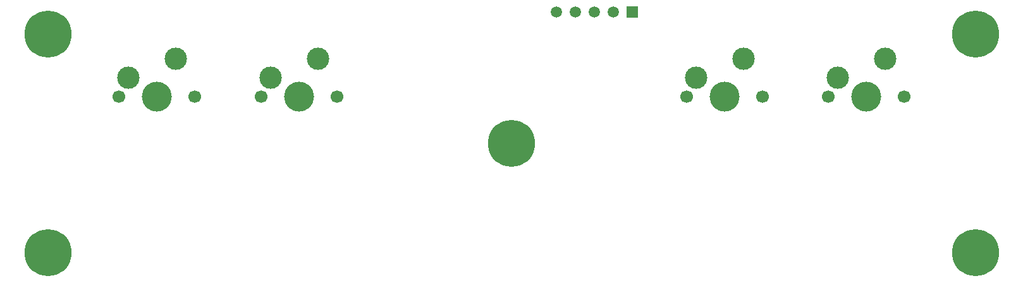
<source format=gbl>
G04*
G04 #@! TF.GenerationSoftware,Altium Limited,Altium Designer,22.3.1 (43)*
G04*
G04 Layer_Physical_Order=2*
G04 Layer_Color=16711680*
%FSLAX25Y25*%
%MOIN*%
G70*
G04*
G04 #@! TF.SameCoordinates,E17CC515-225E-4AF7-8C97-650FBC1FB7BA*
G04*
G04*
G04 #@! TF.FilePolarity,Positive*
G04*
G01*
G75*
%ADD18C,0.15748*%
%ADD19C,0.06693*%
%ADD20C,0.11811*%
%ADD21C,0.24803*%
%ADD22R,0.05906X0.05906*%
%ADD23C,0.05906*%
D18*
X213000Y185500D02*
D03*
X287803D02*
D03*
X512213D02*
D03*
X587016D02*
D03*
D19*
X193000D02*
D03*
X233000D02*
D03*
X267803D02*
D03*
X307803D02*
D03*
X492213D02*
D03*
X532213D02*
D03*
X567016D02*
D03*
X607016D02*
D03*
D20*
X198000Y195500D02*
D03*
X223000Y205500D02*
D03*
X272803Y195500D02*
D03*
X297803Y205500D02*
D03*
X497213Y195500D02*
D03*
X522213Y205500D02*
D03*
X572016Y195500D02*
D03*
X597016Y205500D02*
D03*
D21*
X644516Y103000D02*
D03*
Y218500D02*
D03*
X155500Y103000D02*
D03*
Y218500D02*
D03*
X400008Y160750D02*
D03*
D22*
X463500Y230000D02*
D03*
D23*
X453500D02*
D03*
X443500D02*
D03*
X433500D02*
D03*
X423500D02*
D03*
M02*

</source>
